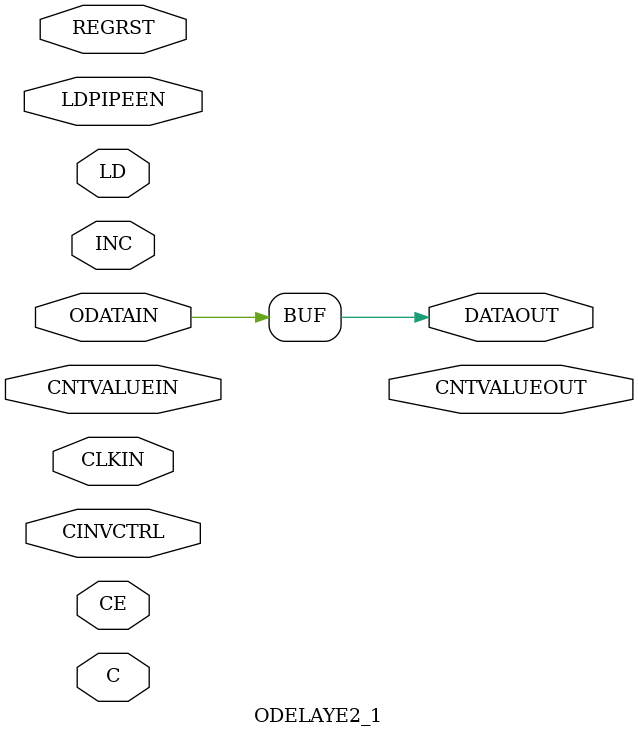
<source format=v>
module ODELAYE2_1 (
   CNTVALUEOUT, DATAOUT,
   C, CE, CINVCTRL, CLKIN, CNTVALUEIN, INC, LD, LDPIPEEN, ODATAIN,
   REGRST
   );
    parameter CINVCTRL_SEL              = "FALSE";
    parameter DELAY_SRC                 = "ODATAIN";
    parameter HIGH_PERFORMANCE_MODE     = "FALSE";
    parameter [0:0] IS_C_INVERTED       = 1'b0;
    parameter [0:0] IS_ODATAIN_INVERTED = 1'b0;
    parameter ODELAY_TYPE               = "FIXED";
    parameter integer ODELAY_VALUE      = 0;
    parameter PIPE_SEL                  = "FALSE";
    parameter real REFCLK_FREQUENCY     = 200.0;
    parameter SIGNAL_PATTERN            = "DATA";
   input 	 C;           
   input 	 REGRST;      
   input 	 LD;          
   input 	 CE;          
   input 	 INC;         
   input 	 CINVCTRL;    
   input [4:0] 	 CNTVALUEIN;  
   input 	 CLKIN;       
   input 	 ODATAIN;     
   output 	 DATAOUT;     
   input 	 LDPIPEEN;    
   output [4:0]  CNTVALUEOUT; 
   assign DATAOUT=ODATAIN;
endmodule
</source>
